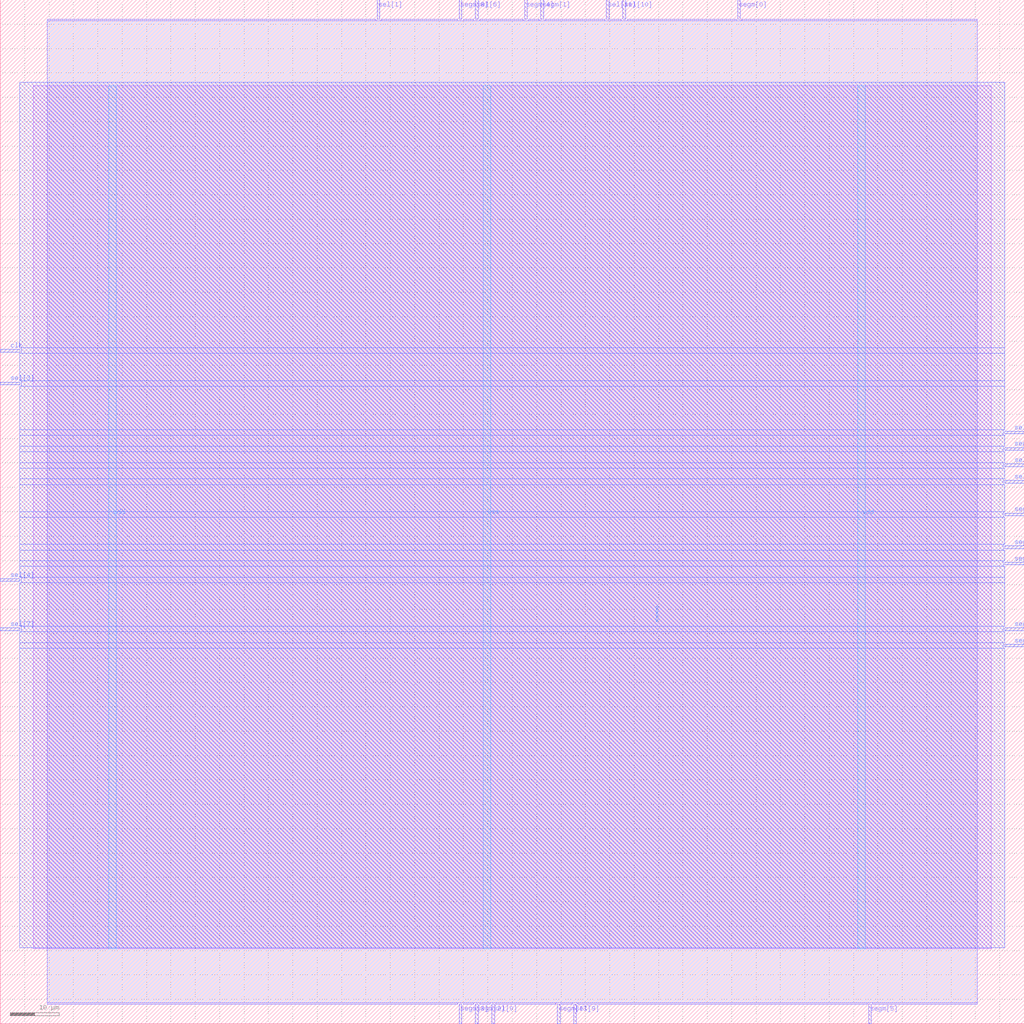
<source format=lef>
VERSION 5.7 ;
  NOWIREEXTENSIONATPIN ON ;
  DIVIDERCHAR "/" ;
  BUSBITCHARS "[]" ;
MACRO ita1
  CLASS BLOCK ;
  FOREIGN ita1 ;
  ORIGIN 0.000 0.000 ;
  SIZE 210.000 BY 210.000 ;
  PIN clk
    DIRECTION INPUT ;
    USE SIGNAL ;
    ANTENNAGATEAREA 4.738000 ;
    ANTENNADIFFAREA 0.410400 ;
    PORT
      LAYER Metal3 ;
        RECT 0.000 137.760 4.000 138.320 ;
    END
  END clk
  PIN segm[0]
    DIRECTION OUTPUT TRISTATE ;
    USE SIGNAL ;
    ANTENNADIFFAREA 0.360800 ;
    PORT
      LAYER Metal2 ;
        RECT 151.200 206.000 151.760 210.000 ;
    END
  END segm[0]
  PIN segm[10]
    DIRECTION OUTPUT TRISTATE ;
    USE SIGNAL ;
    ANTENNADIFFAREA 4.731200 ;
    PORT
      LAYER Metal3 ;
        RECT 206.000 104.160 210.000 104.720 ;
    END
  END segm[10]
  PIN segm[11]
    DIRECTION OUTPUT TRISTATE ;
    USE SIGNAL ;
    ANTENNADIFFAREA 4.731200 ;
    PORT
      LAYER Metal3 ;
        RECT 206.000 117.600 210.000 118.160 ;
    END
  END segm[11]
  PIN segm[12]
    DIRECTION OUTPUT TRISTATE ;
    USE SIGNAL ;
    ANTENNADIFFAREA 4.731200 ;
    PORT
      LAYER Metal3 ;
        RECT 206.000 77.280 210.000 77.840 ;
    END
  END segm[12]
  PIN segm[13]
    DIRECTION OUTPUT TRISTATE ;
    USE SIGNAL ;
    ANTENNADIFFAREA 4.731200 ;
    PORT
      LAYER Metal2 ;
        RECT 114.240 0.000 114.800 4.000 ;
    END
  END segm[13]
  PIN segm[1]
    DIRECTION OUTPUT TRISTATE ;
    USE SIGNAL ;
    ANTENNADIFFAREA 4.731200 ;
    PORT
      LAYER Metal2 ;
        RECT 110.880 206.000 111.440 210.000 ;
    END
  END segm[1]
  PIN segm[2]
    DIRECTION OUTPUT TRISTATE ;
    USE SIGNAL ;
    ANTENNADIFFAREA 4.731200 ;
    PORT
      LAYER Metal2 ;
        RECT 97.440 0.000 98.000 4.000 ;
    END
  END segm[2]
  PIN segm[3]
    DIRECTION OUTPUT TRISTATE ;
    USE SIGNAL ;
    ANTENNADIFFAREA 4.731200 ;
    PORT
      LAYER Metal2 ;
        RECT 94.080 0.000 94.640 4.000 ;
    END
  END segm[3]
  PIN segm[4]
    DIRECTION OUTPUT TRISTATE ;
    USE SIGNAL ;
    ANTENNADIFFAREA 4.731200 ;
    PORT
      LAYER Metal2 ;
        RECT 107.520 206.000 108.080 210.000 ;
    END
  END segm[4]
  PIN segm[5]
    DIRECTION OUTPUT TRISTATE ;
    USE SIGNAL ;
    ANTENNADIFFAREA 0.360800 ;
    PORT
      LAYER Metal2 ;
        RECT 178.080 0.000 178.640 4.000 ;
    END
  END segm[5]
  PIN segm[6]
    DIRECTION OUTPUT TRISTATE ;
    USE SIGNAL ;
    ANTENNADIFFAREA 4.731200 ;
    PORT
      LAYER Metal3 ;
        RECT 206.000 80.640 210.000 81.200 ;
    END
  END segm[6]
  PIN segm[7]
    DIRECTION OUTPUT TRISTATE ;
    USE SIGNAL ;
    ANTENNADIFFAREA 4.731200 ;
    PORT
      LAYER Metal3 ;
        RECT 206.000 97.440 210.000 98.000 ;
    END
  END segm[7]
  PIN segm[8]
    DIRECTION OUTPUT TRISTATE ;
    USE SIGNAL ;
    ANTENNADIFFAREA 4.731200 ;
    PORT
      LAYER Metal2 ;
        RECT 94.080 206.000 94.640 210.000 ;
    END
  END segm[8]
  PIN segm[9]
    DIRECTION OUTPUT TRISTATE ;
    USE SIGNAL ;
    ANTENNADIFFAREA 4.731200 ;
    PORT
      LAYER Metal3 ;
        RECT 206.000 94.080 210.000 94.640 ;
    END
  END segm[9]
  PIN sel[0]
    DIRECTION OUTPUT TRISTATE ;
    USE SIGNAL ;
    ANTENNADIFFAREA 4.731200 ;
    PORT
      LAYER Metal2 ;
        RECT 100.800 0.000 101.360 4.000 ;
    END
  END sel[0]
  PIN sel[10]
    DIRECTION OUTPUT TRISTATE ;
    USE SIGNAL ;
    ANTENNADIFFAREA 4.731200 ;
    PORT
      LAYER Metal2 ;
        RECT 127.680 206.000 128.240 210.000 ;
    END
  END sel[10]
  PIN sel[11]
    DIRECTION OUTPUT TRISTATE ;
    USE SIGNAL ;
    ANTENNADIFFAREA 4.731200 ;
    PORT
      LAYER Metal2 ;
        RECT 124.320 206.000 124.880 210.000 ;
    END
  END sel[11]
  PIN sel[1]
    DIRECTION OUTPUT TRISTATE ;
    USE SIGNAL ;
    ANTENNADIFFAREA 4.731200 ;
    PORT
      LAYER Metal2 ;
        RECT 77.280 206.000 77.840 210.000 ;
    END
  END sel[1]
  PIN sel[2]
    DIRECTION OUTPUT TRISTATE ;
    USE SIGNAL ;
    ANTENNADIFFAREA 4.731200 ;
    PORT
      LAYER Metal3 ;
        RECT 206.000 120.960 210.000 121.520 ;
    END
  END sel[2]
  PIN sel[3]
    DIRECTION OUTPUT TRISTATE ;
    USE SIGNAL ;
    ANTENNADIFFAREA 4.731200 ;
    PORT
      LAYER Metal3 ;
        RECT 0.000 131.040 4.000 131.600 ;
    END
  END sel[3]
  PIN sel[4]
    DIRECTION OUTPUT TRISTATE ;
    USE SIGNAL ;
    ANTENNADIFFAREA 4.731200 ;
    PORT
      LAYER Metal3 ;
        RECT 0.000 90.720 4.000 91.280 ;
    END
  END sel[4]
  PIN sel[5]
    DIRECTION OUTPUT TRISTATE ;
    USE SIGNAL ;
    ANTENNADIFFAREA 4.731200 ;
    PORT
      LAYER Metal3 ;
        RECT 206.000 114.240 210.000 114.800 ;
    END
  END sel[5]
  PIN sel[6]
    DIRECTION OUTPUT TRISTATE ;
    USE SIGNAL ;
    ANTENNADIFFAREA 4.731200 ;
    PORT
      LAYER Metal2 ;
        RECT 97.440 206.000 98.000 210.000 ;
    END
  END sel[6]
  PIN sel[7]
    DIRECTION OUTPUT TRISTATE ;
    USE SIGNAL ;
    ANTENNADIFFAREA 4.731200 ;
    PORT
      LAYER Metal3 ;
        RECT 0.000 80.640 4.000 81.200 ;
    END
  END sel[7]
  PIN sel[8]
    DIRECTION OUTPUT TRISTATE ;
    USE SIGNAL ;
    ANTENNADIFFAREA 4.731200 ;
    PORT
      LAYER Metal3 ;
        RECT 206.000 110.880 210.000 111.440 ;
    END
  END sel[8]
  PIN sel[9]
    DIRECTION OUTPUT TRISTATE ;
    USE SIGNAL ;
    ANTENNADIFFAREA 4.731200 ;
    PORT
      LAYER Metal2 ;
        RECT 117.600 0.000 118.160 4.000 ;
    END
  END sel[9]
  PIN vdd
    DIRECTION INOUT ;
    USE POWER ;
    PORT
      LAYER Metal4 ;
        RECT 22.240 15.380 23.840 192.380 ;
    END
    PORT
      LAYER Metal4 ;
        RECT 175.840 15.380 177.440 192.380 ;
    END
  END vdd
  PIN vss
    DIRECTION INOUT ;
    USE GROUND ;
    PORT
      LAYER Metal4 ;
        RECT 99.040 15.380 100.640 192.380 ;
    END
  END vss
  OBS
      LAYER Metal1 ;
        RECT 6.720 15.380 203.280 192.380 ;
      LAYER Metal2 ;
        RECT 9.660 205.700 76.980 206.000 ;
        RECT 78.140 205.700 93.780 206.000 ;
        RECT 94.940 205.700 97.140 206.000 ;
        RECT 98.300 205.700 107.220 206.000 ;
        RECT 108.380 205.700 110.580 206.000 ;
        RECT 111.740 205.700 124.020 206.000 ;
        RECT 125.180 205.700 127.380 206.000 ;
        RECT 128.540 205.700 150.900 206.000 ;
        RECT 152.060 205.700 200.340 206.000 ;
        RECT 9.660 4.300 200.340 205.700 ;
        RECT 9.660 4.000 93.780 4.300 ;
        RECT 94.940 4.000 97.140 4.300 ;
        RECT 98.300 4.000 100.500 4.300 ;
        RECT 101.660 4.000 113.940 4.300 ;
        RECT 115.100 4.000 117.300 4.300 ;
        RECT 118.460 4.000 177.780 4.300 ;
        RECT 178.940 4.000 200.340 4.300 ;
      LAYER Metal3 ;
        RECT 4.000 138.620 206.000 193.060 ;
        RECT 4.300 137.460 206.000 138.620 ;
        RECT 4.000 131.900 206.000 137.460 ;
        RECT 4.300 130.740 206.000 131.900 ;
        RECT 4.000 121.820 206.000 130.740 ;
        RECT 4.000 120.660 205.700 121.820 ;
        RECT 4.000 118.460 206.000 120.660 ;
        RECT 4.000 117.300 205.700 118.460 ;
        RECT 4.000 115.100 206.000 117.300 ;
        RECT 4.000 113.940 205.700 115.100 ;
        RECT 4.000 111.740 206.000 113.940 ;
        RECT 4.000 110.580 205.700 111.740 ;
        RECT 4.000 105.020 206.000 110.580 ;
        RECT 4.000 103.860 205.700 105.020 ;
        RECT 4.000 98.300 206.000 103.860 ;
        RECT 4.000 97.140 205.700 98.300 ;
        RECT 4.000 94.940 206.000 97.140 ;
        RECT 4.000 93.780 205.700 94.940 ;
        RECT 4.000 91.580 206.000 93.780 ;
        RECT 4.300 90.420 206.000 91.580 ;
        RECT 4.000 81.500 206.000 90.420 ;
        RECT 4.300 80.340 205.700 81.500 ;
        RECT 4.000 78.140 206.000 80.340 ;
        RECT 4.000 76.980 205.700 78.140 ;
        RECT 4.000 15.540 206.000 76.980 ;
      LAYER Metal4 ;
        RECT 134.540 82.410 134.820 85.590 ;
  END
END ita1
END LIBRARY


</source>
